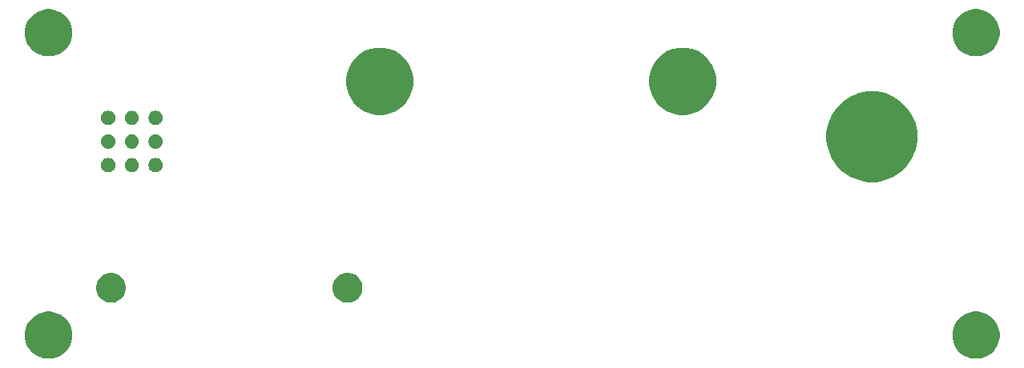
<source format=gts>
G04 #@! TF.GenerationSoftware,KiCad,Pcbnew,5.0.2-bee76a0~70~ubuntu16.04.1*
G04 #@! TF.CreationDate,2019-12-01T15:03:48-08:00*
G04 #@! TF.ProjectId,endcap,656e6463-6170-42e6-9b69-6361645f7063,2.0*
G04 #@! TF.SameCoordinates,PX2faf080PY2faf080*
G04 #@! TF.FileFunction,Soldermask,Top*
G04 #@! TF.FilePolarity,Negative*
%FSLAX46Y46*%
G04 Gerber Fmt 4.6, Leading zero omitted, Abs format (unit mm)*
G04 Created by KiCad (PCBNEW 5.0.2-bee76a0~70~ubuntu16.04.1) date Sun 01 Dec 2019 03:03:48 PM PST*
%MOMM*%
%LPD*%
G01*
G04 APERTURE LIST*
%ADD10C,0.100000*%
G04 APERTURE END LIST*
D10*
G36*
X102487921Y-33547056D02*
X102729515Y-33595112D01*
X103184668Y-33783643D01*
X103588841Y-34053703D01*
X103594297Y-34057349D01*
X103942651Y-34405703D01*
X104216358Y-34815334D01*
X104404888Y-35270486D01*
X104501000Y-35753672D01*
X104501000Y-36246328D01*
X104404888Y-36729514D01*
X104216358Y-37184666D01*
X103942651Y-37594297D01*
X103594297Y-37942651D01*
X103594294Y-37942653D01*
X103184668Y-38216357D01*
X102729515Y-38404888D01*
X102487921Y-38452944D01*
X102246328Y-38501000D01*
X101753672Y-38501000D01*
X101512079Y-38452944D01*
X101270485Y-38404888D01*
X100815332Y-38216357D01*
X100405706Y-37942653D01*
X100405703Y-37942651D01*
X100057349Y-37594297D01*
X99783642Y-37184666D01*
X99595112Y-36729514D01*
X99499000Y-36246328D01*
X99499000Y-35753672D01*
X99595112Y-35270486D01*
X99783642Y-34815334D01*
X100057349Y-34405703D01*
X100405703Y-34057349D01*
X100411159Y-34053703D01*
X100815332Y-33783643D01*
X101270485Y-33595112D01*
X101512079Y-33547056D01*
X101753672Y-33499000D01*
X102246328Y-33499000D01*
X102487921Y-33547056D01*
X102487921Y-33547056D01*
G37*
G36*
X4487921Y-33547056D02*
X4729515Y-33595112D01*
X5184668Y-33783643D01*
X5588841Y-34053703D01*
X5594297Y-34057349D01*
X5942651Y-34405703D01*
X6216358Y-34815334D01*
X6404888Y-35270486D01*
X6501000Y-35753672D01*
X6501000Y-36246328D01*
X6404888Y-36729514D01*
X6216358Y-37184666D01*
X5942651Y-37594297D01*
X5594297Y-37942651D01*
X5594294Y-37942653D01*
X5184668Y-38216357D01*
X4729515Y-38404888D01*
X4487921Y-38452944D01*
X4246328Y-38501000D01*
X3753672Y-38501000D01*
X3512079Y-38452944D01*
X3270485Y-38404888D01*
X2815332Y-38216357D01*
X2405706Y-37942653D01*
X2405703Y-37942651D01*
X2057349Y-37594297D01*
X1783642Y-37184666D01*
X1595112Y-36729514D01*
X1499000Y-36246328D01*
X1499000Y-35753672D01*
X1595112Y-35270486D01*
X1783642Y-34815334D01*
X2057349Y-34405703D01*
X2405703Y-34057349D01*
X2411159Y-34053703D01*
X2815332Y-33783643D01*
X3270485Y-33595112D01*
X3512079Y-33547056D01*
X3753672Y-33499000D01*
X4246328Y-33499000D01*
X4487921Y-33547056D01*
X4487921Y-33547056D01*
G37*
G36*
X10805739Y-29434048D02*
X11059702Y-29484564D01*
X11346516Y-29603367D01*
X11604642Y-29775841D01*
X11824159Y-29995358D01*
X11996633Y-30253484D01*
X12115436Y-30540298D01*
X12176000Y-30844778D01*
X12176000Y-31155222D01*
X12115436Y-31459702D01*
X11996633Y-31746516D01*
X11824159Y-32004642D01*
X11604642Y-32224159D01*
X11346516Y-32396633D01*
X11059702Y-32515436D01*
X10805739Y-32565952D01*
X10755223Y-32576000D01*
X10444777Y-32576000D01*
X10394261Y-32565952D01*
X10140298Y-32515436D01*
X9853484Y-32396633D01*
X9595358Y-32224159D01*
X9375841Y-32004642D01*
X9203367Y-31746516D01*
X9084564Y-31459702D01*
X9024000Y-31155222D01*
X9024000Y-30844778D01*
X9084564Y-30540298D01*
X9203367Y-30253484D01*
X9375841Y-29995358D01*
X9595358Y-29775841D01*
X9853484Y-29603367D01*
X10140298Y-29484564D01*
X10394261Y-29434048D01*
X10444777Y-29424000D01*
X10755223Y-29424000D01*
X10805739Y-29434048D01*
X10805739Y-29434048D01*
G37*
G36*
X35805739Y-29434048D02*
X36059702Y-29484564D01*
X36346516Y-29603367D01*
X36604642Y-29775841D01*
X36824159Y-29995358D01*
X36996633Y-30253484D01*
X37115436Y-30540298D01*
X37176000Y-30844778D01*
X37176000Y-31155222D01*
X37115436Y-31459702D01*
X36996633Y-31746516D01*
X36824159Y-32004642D01*
X36604642Y-32224159D01*
X36346516Y-32396633D01*
X36059702Y-32515436D01*
X35805739Y-32565952D01*
X35755223Y-32576000D01*
X35444777Y-32576000D01*
X35394261Y-32565952D01*
X35140298Y-32515436D01*
X34853484Y-32396633D01*
X34595358Y-32224159D01*
X34375841Y-32004642D01*
X34203367Y-31746516D01*
X34084564Y-31459702D01*
X34024000Y-31155222D01*
X34024000Y-30844778D01*
X34084564Y-30540298D01*
X34203367Y-30253484D01*
X34375841Y-29995358D01*
X34595358Y-29775841D01*
X34853484Y-29603367D01*
X35140298Y-29484564D01*
X35394261Y-29434048D01*
X35444777Y-29424000D01*
X35755223Y-29424000D01*
X35805739Y-29434048D01*
X35805739Y-29434048D01*
G37*
G36*
X92400399Y-10383499D02*
X93274125Y-10745408D01*
X94060462Y-11270822D01*
X94729178Y-11939538D01*
X95254592Y-12725875D01*
X95616501Y-13599601D01*
X95801000Y-14527141D01*
X95801000Y-15472859D01*
X95616501Y-16400399D01*
X95254592Y-17274125D01*
X94729178Y-18060462D01*
X94060462Y-18729178D01*
X93274125Y-19254592D01*
X92400399Y-19616501D01*
X91472859Y-19801000D01*
X90527141Y-19801000D01*
X89599601Y-19616501D01*
X88725875Y-19254592D01*
X87939538Y-18729178D01*
X87270822Y-18060462D01*
X86745408Y-17274125D01*
X86383499Y-16400399D01*
X86199000Y-15472859D01*
X86199000Y-14527141D01*
X86383499Y-13599601D01*
X86745408Y-12725875D01*
X87270822Y-11939538D01*
X87939538Y-11270822D01*
X88725875Y-10745408D01*
X89599601Y-10383499D01*
X90527141Y-10199000D01*
X91472859Y-10199000D01*
X92400399Y-10383499D01*
X92400399Y-10383499D01*
G37*
G36*
X10432004Y-17260544D02*
X10519059Y-17277860D01*
X10655732Y-17334472D01*
X10655733Y-17334473D01*
X10778738Y-17416662D01*
X10883338Y-17521262D01*
X10883340Y-17521265D01*
X10965528Y-17644268D01*
X11022140Y-17780941D01*
X11051000Y-17926033D01*
X11051000Y-18073967D01*
X11022140Y-18219059D01*
X10965528Y-18355732D01*
X10965527Y-18355733D01*
X10883338Y-18478738D01*
X10778738Y-18583338D01*
X10778735Y-18583340D01*
X10655732Y-18665528D01*
X10519059Y-18722140D01*
X10432004Y-18739456D01*
X10373969Y-18751000D01*
X10226031Y-18751000D01*
X10167996Y-18739456D01*
X10080941Y-18722140D01*
X9944268Y-18665528D01*
X9821265Y-18583340D01*
X9821262Y-18583338D01*
X9716662Y-18478738D01*
X9634473Y-18355733D01*
X9634472Y-18355732D01*
X9577860Y-18219059D01*
X9549000Y-18073967D01*
X9549000Y-17926033D01*
X9577860Y-17780941D01*
X9634472Y-17644268D01*
X9716660Y-17521265D01*
X9716662Y-17521262D01*
X9821262Y-17416662D01*
X9944267Y-17334473D01*
X9944268Y-17334472D01*
X10080941Y-17277860D01*
X10167996Y-17260544D01*
X10226031Y-17249000D01*
X10373969Y-17249000D01*
X10432004Y-17260544D01*
X10432004Y-17260544D01*
G37*
G36*
X12932004Y-17260544D02*
X13019059Y-17277860D01*
X13155732Y-17334472D01*
X13155733Y-17334473D01*
X13278738Y-17416662D01*
X13383338Y-17521262D01*
X13383340Y-17521265D01*
X13465528Y-17644268D01*
X13522140Y-17780941D01*
X13551000Y-17926033D01*
X13551000Y-18073967D01*
X13522140Y-18219059D01*
X13465528Y-18355732D01*
X13465527Y-18355733D01*
X13383338Y-18478738D01*
X13278738Y-18583338D01*
X13278735Y-18583340D01*
X13155732Y-18665528D01*
X13019059Y-18722140D01*
X12932004Y-18739456D01*
X12873969Y-18751000D01*
X12726031Y-18751000D01*
X12667996Y-18739456D01*
X12580941Y-18722140D01*
X12444268Y-18665528D01*
X12321265Y-18583340D01*
X12321262Y-18583338D01*
X12216662Y-18478738D01*
X12134473Y-18355733D01*
X12134472Y-18355732D01*
X12077860Y-18219059D01*
X12049000Y-18073967D01*
X12049000Y-17926033D01*
X12077860Y-17780941D01*
X12134472Y-17644268D01*
X12216660Y-17521265D01*
X12216662Y-17521262D01*
X12321262Y-17416662D01*
X12444267Y-17334473D01*
X12444268Y-17334472D01*
X12580941Y-17277860D01*
X12667996Y-17260544D01*
X12726031Y-17249000D01*
X12873969Y-17249000D01*
X12932004Y-17260544D01*
X12932004Y-17260544D01*
G37*
G36*
X15432004Y-17260544D02*
X15519059Y-17277860D01*
X15655732Y-17334472D01*
X15655733Y-17334473D01*
X15778738Y-17416662D01*
X15883338Y-17521262D01*
X15883340Y-17521265D01*
X15965528Y-17644268D01*
X16022140Y-17780941D01*
X16051000Y-17926033D01*
X16051000Y-18073967D01*
X16022140Y-18219059D01*
X15965528Y-18355732D01*
X15965527Y-18355733D01*
X15883338Y-18478738D01*
X15778738Y-18583338D01*
X15778735Y-18583340D01*
X15655732Y-18665528D01*
X15519059Y-18722140D01*
X15432004Y-18739456D01*
X15373969Y-18751000D01*
X15226031Y-18751000D01*
X15167996Y-18739456D01*
X15080941Y-18722140D01*
X14944268Y-18665528D01*
X14821265Y-18583340D01*
X14821262Y-18583338D01*
X14716662Y-18478738D01*
X14634473Y-18355733D01*
X14634472Y-18355732D01*
X14577860Y-18219059D01*
X14549000Y-18073967D01*
X14549000Y-17926033D01*
X14577860Y-17780941D01*
X14634472Y-17644268D01*
X14716660Y-17521265D01*
X14716662Y-17521262D01*
X14821262Y-17416662D01*
X14944267Y-17334473D01*
X14944268Y-17334472D01*
X15080941Y-17277860D01*
X15167996Y-17260544D01*
X15226031Y-17249000D01*
X15373969Y-17249000D01*
X15432004Y-17260544D01*
X15432004Y-17260544D01*
G37*
G36*
X12932004Y-14760544D02*
X13019059Y-14777860D01*
X13155732Y-14834472D01*
X13155733Y-14834473D01*
X13278738Y-14916662D01*
X13383338Y-15021262D01*
X13383340Y-15021265D01*
X13465528Y-15144268D01*
X13522140Y-15280941D01*
X13551000Y-15426033D01*
X13551000Y-15573967D01*
X13522140Y-15719059D01*
X13465528Y-15855732D01*
X13465527Y-15855733D01*
X13383338Y-15978738D01*
X13278738Y-16083338D01*
X13278735Y-16083340D01*
X13155732Y-16165528D01*
X13019059Y-16222140D01*
X12932004Y-16239456D01*
X12873969Y-16251000D01*
X12726031Y-16251000D01*
X12667996Y-16239456D01*
X12580941Y-16222140D01*
X12444268Y-16165528D01*
X12321265Y-16083340D01*
X12321262Y-16083338D01*
X12216662Y-15978738D01*
X12134473Y-15855733D01*
X12134472Y-15855732D01*
X12077860Y-15719059D01*
X12049000Y-15573967D01*
X12049000Y-15426033D01*
X12077860Y-15280941D01*
X12134472Y-15144268D01*
X12216660Y-15021265D01*
X12216662Y-15021262D01*
X12321262Y-14916662D01*
X12444267Y-14834473D01*
X12444268Y-14834472D01*
X12580941Y-14777860D01*
X12667996Y-14760544D01*
X12726031Y-14749000D01*
X12873969Y-14749000D01*
X12932004Y-14760544D01*
X12932004Y-14760544D01*
G37*
G36*
X10432004Y-14760544D02*
X10519059Y-14777860D01*
X10655732Y-14834472D01*
X10655733Y-14834473D01*
X10778738Y-14916662D01*
X10883338Y-15021262D01*
X10883340Y-15021265D01*
X10965528Y-15144268D01*
X11022140Y-15280941D01*
X11051000Y-15426033D01*
X11051000Y-15573967D01*
X11022140Y-15719059D01*
X10965528Y-15855732D01*
X10965527Y-15855733D01*
X10883338Y-15978738D01*
X10778738Y-16083338D01*
X10778735Y-16083340D01*
X10655732Y-16165528D01*
X10519059Y-16222140D01*
X10432004Y-16239456D01*
X10373969Y-16251000D01*
X10226031Y-16251000D01*
X10167996Y-16239456D01*
X10080941Y-16222140D01*
X9944268Y-16165528D01*
X9821265Y-16083340D01*
X9821262Y-16083338D01*
X9716662Y-15978738D01*
X9634473Y-15855733D01*
X9634472Y-15855732D01*
X9577860Y-15719059D01*
X9549000Y-15573967D01*
X9549000Y-15426033D01*
X9577860Y-15280941D01*
X9634472Y-15144268D01*
X9716660Y-15021265D01*
X9716662Y-15021262D01*
X9821262Y-14916662D01*
X9944267Y-14834473D01*
X9944268Y-14834472D01*
X10080941Y-14777860D01*
X10167996Y-14760544D01*
X10226031Y-14749000D01*
X10373969Y-14749000D01*
X10432004Y-14760544D01*
X10432004Y-14760544D01*
G37*
G36*
X15432004Y-14760544D02*
X15519059Y-14777860D01*
X15655732Y-14834472D01*
X15655733Y-14834473D01*
X15778738Y-14916662D01*
X15883338Y-15021262D01*
X15883340Y-15021265D01*
X15965528Y-15144268D01*
X16022140Y-15280941D01*
X16051000Y-15426033D01*
X16051000Y-15573967D01*
X16022140Y-15719059D01*
X15965528Y-15855732D01*
X15965527Y-15855733D01*
X15883338Y-15978738D01*
X15778738Y-16083338D01*
X15778735Y-16083340D01*
X15655732Y-16165528D01*
X15519059Y-16222140D01*
X15432004Y-16239456D01*
X15373969Y-16251000D01*
X15226031Y-16251000D01*
X15167996Y-16239456D01*
X15080941Y-16222140D01*
X14944268Y-16165528D01*
X14821265Y-16083340D01*
X14821262Y-16083338D01*
X14716662Y-15978738D01*
X14634473Y-15855733D01*
X14634472Y-15855732D01*
X14577860Y-15719059D01*
X14549000Y-15573967D01*
X14549000Y-15426033D01*
X14577860Y-15280941D01*
X14634472Y-15144268D01*
X14716660Y-15021265D01*
X14716662Y-15021262D01*
X14821262Y-14916662D01*
X14944267Y-14834473D01*
X14944268Y-14834472D01*
X15080941Y-14777860D01*
X15167996Y-14760544D01*
X15226031Y-14749000D01*
X15373969Y-14749000D01*
X15432004Y-14760544D01*
X15432004Y-14760544D01*
G37*
G36*
X10432004Y-12260544D02*
X10519059Y-12277860D01*
X10655732Y-12334472D01*
X10655733Y-12334473D01*
X10778738Y-12416662D01*
X10883338Y-12521262D01*
X10883340Y-12521265D01*
X10965528Y-12644268D01*
X11022140Y-12780941D01*
X11051000Y-12926033D01*
X11051000Y-13073967D01*
X11022140Y-13219059D01*
X10965528Y-13355732D01*
X10965527Y-13355733D01*
X10883338Y-13478738D01*
X10778738Y-13583338D01*
X10778735Y-13583340D01*
X10655732Y-13665528D01*
X10519059Y-13722140D01*
X10432004Y-13739456D01*
X10373969Y-13751000D01*
X10226031Y-13751000D01*
X10167996Y-13739456D01*
X10080941Y-13722140D01*
X9944268Y-13665528D01*
X9821265Y-13583340D01*
X9821262Y-13583338D01*
X9716662Y-13478738D01*
X9634473Y-13355733D01*
X9634472Y-13355732D01*
X9577860Y-13219059D01*
X9549000Y-13073967D01*
X9549000Y-12926033D01*
X9577860Y-12780941D01*
X9634472Y-12644268D01*
X9716660Y-12521265D01*
X9716662Y-12521262D01*
X9821262Y-12416662D01*
X9944267Y-12334473D01*
X9944268Y-12334472D01*
X10080941Y-12277860D01*
X10167996Y-12260544D01*
X10226031Y-12249000D01*
X10373969Y-12249000D01*
X10432004Y-12260544D01*
X10432004Y-12260544D01*
G37*
G36*
X12932004Y-12260544D02*
X13019059Y-12277860D01*
X13155732Y-12334472D01*
X13155733Y-12334473D01*
X13278738Y-12416662D01*
X13383338Y-12521262D01*
X13383340Y-12521265D01*
X13465528Y-12644268D01*
X13522140Y-12780941D01*
X13551000Y-12926033D01*
X13551000Y-13073967D01*
X13522140Y-13219059D01*
X13465528Y-13355732D01*
X13465527Y-13355733D01*
X13383338Y-13478738D01*
X13278738Y-13583338D01*
X13278735Y-13583340D01*
X13155732Y-13665528D01*
X13019059Y-13722140D01*
X12932004Y-13739456D01*
X12873969Y-13751000D01*
X12726031Y-13751000D01*
X12667996Y-13739456D01*
X12580941Y-13722140D01*
X12444268Y-13665528D01*
X12321265Y-13583340D01*
X12321262Y-13583338D01*
X12216662Y-13478738D01*
X12134473Y-13355733D01*
X12134472Y-13355732D01*
X12077860Y-13219059D01*
X12049000Y-13073967D01*
X12049000Y-12926033D01*
X12077860Y-12780941D01*
X12134472Y-12644268D01*
X12216660Y-12521265D01*
X12216662Y-12521262D01*
X12321262Y-12416662D01*
X12444267Y-12334473D01*
X12444268Y-12334472D01*
X12580941Y-12277860D01*
X12667996Y-12260544D01*
X12726031Y-12249000D01*
X12873969Y-12249000D01*
X12932004Y-12260544D01*
X12932004Y-12260544D01*
G37*
G36*
X15432004Y-12260544D02*
X15519059Y-12277860D01*
X15655732Y-12334472D01*
X15655733Y-12334473D01*
X15778738Y-12416662D01*
X15883338Y-12521262D01*
X15883340Y-12521265D01*
X15965528Y-12644268D01*
X16022140Y-12780941D01*
X16051000Y-12926033D01*
X16051000Y-13073967D01*
X16022140Y-13219059D01*
X15965528Y-13355732D01*
X15965527Y-13355733D01*
X15883338Y-13478738D01*
X15778738Y-13583338D01*
X15778735Y-13583340D01*
X15655732Y-13665528D01*
X15519059Y-13722140D01*
X15432004Y-13739456D01*
X15373969Y-13751000D01*
X15226031Y-13751000D01*
X15167996Y-13739456D01*
X15080941Y-13722140D01*
X14944268Y-13665528D01*
X14821265Y-13583340D01*
X14821262Y-13583338D01*
X14716662Y-13478738D01*
X14634473Y-13355733D01*
X14634472Y-13355732D01*
X14577860Y-13219059D01*
X14549000Y-13073967D01*
X14549000Y-12926033D01*
X14577860Y-12780941D01*
X14634472Y-12644268D01*
X14716660Y-12521265D01*
X14716662Y-12521262D01*
X14821262Y-12416662D01*
X14944267Y-12334473D01*
X14944268Y-12334472D01*
X15080941Y-12277860D01*
X15167996Y-12260544D01*
X15226031Y-12249000D01*
X15373969Y-12249000D01*
X15432004Y-12260544D01*
X15432004Y-12260544D01*
G37*
G36*
X72035786Y-5720462D02*
X72035788Y-5720463D01*
X72035789Y-5720463D01*
X72682029Y-5988144D01*
X72682030Y-5988145D01*
X73263634Y-6376760D01*
X73758240Y-6871366D01*
X73758242Y-6871369D01*
X74146856Y-7452971D01*
X74414537Y-8099211D01*
X74551000Y-8785257D01*
X74551000Y-9484743D01*
X74414537Y-10170789D01*
X74146856Y-10817029D01*
X74146855Y-10817030D01*
X73758240Y-11398634D01*
X73263634Y-11893240D01*
X73263631Y-11893242D01*
X72682029Y-12281856D01*
X72035789Y-12549537D01*
X72035788Y-12549537D01*
X72035786Y-12549538D01*
X71349744Y-12686000D01*
X70650256Y-12686000D01*
X69964214Y-12549538D01*
X69964212Y-12549537D01*
X69964211Y-12549537D01*
X69317971Y-12281856D01*
X68736369Y-11893242D01*
X68736366Y-11893240D01*
X68241760Y-11398634D01*
X67853145Y-10817030D01*
X67853144Y-10817029D01*
X67585463Y-10170789D01*
X67449000Y-9484743D01*
X67449000Y-8785257D01*
X67585463Y-8099211D01*
X67853144Y-7452971D01*
X68241758Y-6871369D01*
X68241760Y-6871366D01*
X68736366Y-6376760D01*
X69317970Y-5988145D01*
X69317971Y-5988144D01*
X69964211Y-5720463D01*
X69964212Y-5720463D01*
X69964214Y-5720462D01*
X70650256Y-5584000D01*
X71349744Y-5584000D01*
X72035786Y-5720462D01*
X72035786Y-5720462D01*
G37*
G36*
X40035786Y-5720462D02*
X40035788Y-5720463D01*
X40035789Y-5720463D01*
X40682029Y-5988144D01*
X40682030Y-5988145D01*
X41263634Y-6376760D01*
X41758240Y-6871366D01*
X41758242Y-6871369D01*
X42146856Y-7452971D01*
X42414537Y-8099211D01*
X42551000Y-8785257D01*
X42551000Y-9484743D01*
X42414537Y-10170789D01*
X42146856Y-10817029D01*
X42146855Y-10817030D01*
X41758240Y-11398634D01*
X41263634Y-11893240D01*
X41263631Y-11893242D01*
X40682029Y-12281856D01*
X40035789Y-12549537D01*
X40035788Y-12549537D01*
X40035786Y-12549538D01*
X39349744Y-12686000D01*
X38650256Y-12686000D01*
X37964214Y-12549538D01*
X37964212Y-12549537D01*
X37964211Y-12549537D01*
X37317971Y-12281856D01*
X36736369Y-11893242D01*
X36736366Y-11893240D01*
X36241760Y-11398634D01*
X35853145Y-10817030D01*
X35853144Y-10817029D01*
X35585463Y-10170789D01*
X35449000Y-9484743D01*
X35449000Y-8785257D01*
X35585463Y-8099211D01*
X35853144Y-7452971D01*
X36241758Y-6871369D01*
X36241760Y-6871366D01*
X36736366Y-6376760D01*
X37317970Y-5988145D01*
X37317971Y-5988144D01*
X37964211Y-5720463D01*
X37964212Y-5720463D01*
X37964214Y-5720462D01*
X38650256Y-5584000D01*
X39349744Y-5584000D01*
X40035786Y-5720462D01*
X40035786Y-5720462D01*
G37*
G36*
X102487921Y-1547056D02*
X102729515Y-1595112D01*
X103184668Y-1783643D01*
X103588841Y-2053703D01*
X103594297Y-2057349D01*
X103942651Y-2405703D01*
X104216358Y-2815334D01*
X104404888Y-3270486D01*
X104501000Y-3753672D01*
X104501000Y-4246328D01*
X104404888Y-4729514D01*
X104216358Y-5184666D01*
X103942651Y-5594297D01*
X103594297Y-5942651D01*
X103594294Y-5942653D01*
X103184668Y-6216357D01*
X102729515Y-6404888D01*
X102487921Y-6452944D01*
X102246328Y-6501000D01*
X101753672Y-6501000D01*
X101512079Y-6452944D01*
X101270485Y-6404888D01*
X100815332Y-6216357D01*
X100405706Y-5942653D01*
X100405703Y-5942651D01*
X100057349Y-5594297D01*
X99783642Y-5184666D01*
X99595112Y-4729514D01*
X99499000Y-4246328D01*
X99499000Y-3753672D01*
X99595112Y-3270486D01*
X99783642Y-2815334D01*
X100057349Y-2405703D01*
X100405703Y-2057349D01*
X100411159Y-2053703D01*
X100815332Y-1783643D01*
X101270485Y-1595112D01*
X101512079Y-1547056D01*
X101753672Y-1499000D01*
X102246328Y-1499000D01*
X102487921Y-1547056D01*
X102487921Y-1547056D01*
G37*
G36*
X4487921Y-1547056D02*
X4729515Y-1595112D01*
X5184668Y-1783643D01*
X5588841Y-2053703D01*
X5594297Y-2057349D01*
X5942651Y-2405703D01*
X6216358Y-2815334D01*
X6404888Y-3270486D01*
X6501000Y-3753672D01*
X6501000Y-4246328D01*
X6404888Y-4729514D01*
X6216358Y-5184666D01*
X5942651Y-5594297D01*
X5594297Y-5942651D01*
X5594294Y-5942653D01*
X5184668Y-6216357D01*
X4729515Y-6404888D01*
X4487921Y-6452944D01*
X4246328Y-6501000D01*
X3753672Y-6501000D01*
X3512079Y-6452944D01*
X3270485Y-6404888D01*
X2815332Y-6216357D01*
X2405706Y-5942653D01*
X2405703Y-5942651D01*
X2057349Y-5594297D01*
X1783642Y-5184666D01*
X1595112Y-4729514D01*
X1499000Y-4246328D01*
X1499000Y-3753672D01*
X1595112Y-3270486D01*
X1783642Y-2815334D01*
X2057349Y-2405703D01*
X2405703Y-2057349D01*
X2411159Y-2053703D01*
X2815332Y-1783643D01*
X3270485Y-1595112D01*
X3512079Y-1547056D01*
X3753672Y-1499000D01*
X4246328Y-1499000D01*
X4487921Y-1547056D01*
X4487921Y-1547056D01*
G37*
M02*

</source>
